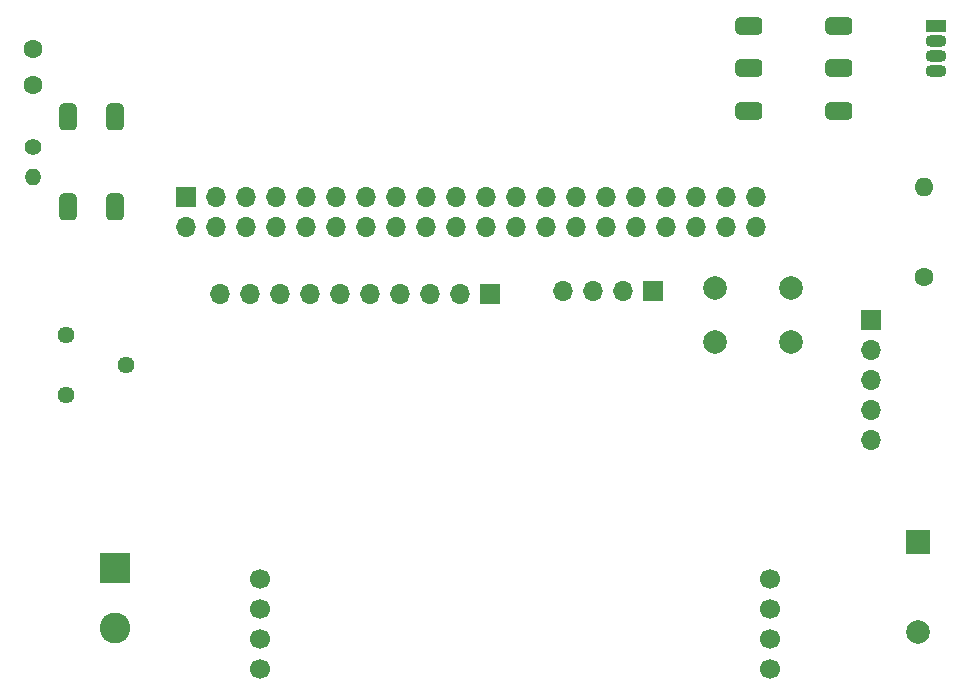
<source format=gbr>
%TF.GenerationSoftware,KiCad,Pcbnew,7.0.1-0*%
%TF.CreationDate,2023-12-26T23:08:58-03:00*%
%TF.ProjectId,rpizerow_kit_desarrollo,7270697a-6572-46f7-975f-6b69745f6465,2*%
%TF.SameCoordinates,Original*%
%TF.FileFunction,Soldermask,Bot*%
%TF.FilePolarity,Negative*%
%FSLAX46Y46*%
G04 Gerber Fmt 4.6, Leading zero omitted, Abs format (unit mm)*
G04 Created by KiCad (PCBNEW 7.0.1-0) date 2023-12-26 23:08:58*
%MOMM*%
%LPD*%
G01*
G04 APERTURE LIST*
G04 Aperture macros list*
%AMRoundRect*
0 Rectangle with rounded corners*
0 $1 Rounding radius*
0 $2 $3 $4 $5 $6 $7 $8 $9 X,Y pos of 4 corners*
0 Add a 4 corners polygon primitive as box body*
4,1,4,$2,$3,$4,$5,$6,$7,$8,$9,$2,$3,0*
0 Add four circle primitives for the rounded corners*
1,1,$1+$1,$2,$3*
1,1,$1+$1,$4,$5*
1,1,$1+$1,$6,$7*
1,1,$1+$1,$8,$9*
0 Add four rect primitives between the rounded corners*
20,1,$1+$1,$2,$3,$4,$5,0*
20,1,$1+$1,$4,$5,$6,$7,0*
20,1,$1+$1,$6,$7,$8,$9,0*
20,1,$1+$1,$8,$9,$2,$3,0*%
G04 Aperture macros list end*
%ADD10O,1.600000X1.600000*%
%ADD11C,1.600000*%
%ADD12O,1.700000X1.700000*%
%ADD13R,1.700000X1.700000*%
%ADD14C,2.000000*%
%ADD15R,2.000000X2.000000*%
%ADD16C,1.440000*%
%ADD17O,1.400000X1.400000*%
%ADD18C,1.400000*%
%ADD19R,2.600000X2.600000*%
%ADD20C,2.600000*%
%ADD21C,1.700000*%
%ADD22R,1.800000X1.070000*%
%ADD23O,1.800000X1.070000*%
%ADD24RoundRect,0.381000X0.381000X-0.762000X0.381000X0.762000X-0.381000X0.762000X-0.381000X-0.762000X0*%
%ADD25RoundRect,0.381000X-0.762000X-0.381000X0.762000X-0.381000X0.762000X0.381000X-0.762000X0.381000X0*%
G04 APERTURE END LIST*
D10*
%TO.C,R6*%
X113985000Y-49650000D03*
D11*
X113985000Y-57270000D03*
%TD*%
D12*
%TO.C,ADC Externo*%
X72147500Y-58717500D03*
X69607500Y-58717500D03*
D13*
X77227500Y-58717500D03*
D12*
X54367500Y-58717500D03*
X56907500Y-58717500D03*
X59447500Y-58717500D03*
X61987500Y-58717500D03*
X74687500Y-58717500D03*
X64527500Y-58717500D03*
X67067500Y-58717500D03*
%TD*%
D14*
%TO.C,Buzzer*%
X113485000Y-87260000D03*
D15*
X113485000Y-79660000D03*
%TD*%
D16*
%TO.C,RV*%
X41330000Y-62170000D03*
X46410000Y-64710000D03*
X41330000Y-67250000D03*
%TD*%
D17*
%TO.C,NTC*%
X38485000Y-48780000D03*
D18*
X38485000Y-46240000D03*
%TD*%
D14*
%TO.C,SW*%
X102735000Y-62710000D03*
X96235000Y-62710000D03*
X102735000Y-58210000D03*
X96235000Y-58210000D03*
%TD*%
D19*
%TO.C,J2*%
X45430000Y-81915000D03*
D20*
X45430000Y-86995000D03*
%TD*%
D21*
%TO.C,4-Digit LED Display*%
X100945000Y-82840000D03*
X100945000Y-85380000D03*
X100945000Y-87920000D03*
X100945000Y-90460000D03*
X57765000Y-82840000D03*
X57765000Y-85380000D03*
X57765000Y-87920000D03*
X57765000Y-90460000D03*
%TD*%
D22*
%TO.C,RGB*%
X115000000Y-35980000D03*
D23*
X115000000Y-37250000D03*
X115000000Y-38520000D03*
X115000000Y-39790000D03*
%TD*%
D12*
%TO.C,BMP180*%
X83365000Y-58460000D03*
X85905000Y-58460000D03*
X88445000Y-58460000D03*
D13*
X90985000Y-58460000D03*
%TD*%
D12*
%TO.C,RPiZeroW*%
X51445000Y-53000000D03*
D13*
X51445000Y-50460000D03*
D12*
X53985000Y-53000000D03*
X53985000Y-50460000D03*
X56525000Y-53000000D03*
X56525000Y-50460000D03*
X59065000Y-53000000D03*
X59065000Y-50460000D03*
X61605000Y-53000000D03*
X61605000Y-50460000D03*
X64145000Y-53000000D03*
X64145000Y-50460000D03*
X66685000Y-53000000D03*
X66685000Y-50460000D03*
X69225000Y-53000000D03*
X69225000Y-50460000D03*
X71765000Y-53000000D03*
X71765000Y-50460000D03*
X74305000Y-53000000D03*
X74305000Y-50460000D03*
X76845000Y-53000000D03*
X76845000Y-50460000D03*
X79385000Y-53000000D03*
X79385000Y-50460000D03*
X81925000Y-53000000D03*
X81925000Y-50460000D03*
X84465000Y-53000000D03*
X84465000Y-50460000D03*
X87005000Y-53000000D03*
X87005000Y-50460000D03*
X89545000Y-53000000D03*
X89545000Y-50460000D03*
X92085000Y-53000000D03*
X92085000Y-50460000D03*
X94625000Y-53000000D03*
X94625000Y-50460000D03*
X97165000Y-53000000D03*
X97165000Y-50460000D03*
X99705000Y-53000000D03*
X99705000Y-50460000D03*
%TD*%
%TO.C,UART-USB*%
X109485000Y-71000000D03*
X109485000Y-68460000D03*
X109485000Y-65920000D03*
X109485000Y-63380000D03*
D13*
X109485000Y-60840000D03*
%TD*%
D11*
%TO.C,LDR*%
X38485000Y-37960000D03*
X38485000Y-40960000D03*
%TD*%
D24*
%TO.C,R1*%
X45485000Y-43650000D03*
X45485000Y-51270000D03*
%TD*%
D25*
%TO.C,R5*%
X106795000Y-35960000D03*
X99175000Y-35960000D03*
%TD*%
D24*
%TO.C,R2*%
X41485000Y-43650000D03*
X41485000Y-51270000D03*
%TD*%
D25*
%TO.C,R4*%
X106795000Y-39580000D03*
X99175000Y-39580000D03*
%TD*%
%TO.C,R3*%
X106795000Y-43210000D03*
X99175000Y-43210000D03*
%TD*%
M02*

</source>
